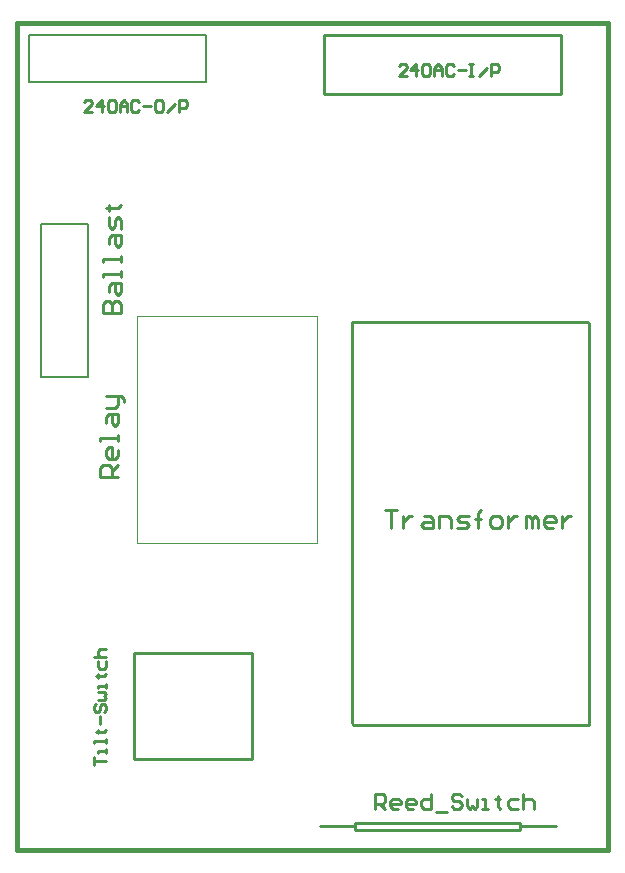
<source format=gto>
G04*
G04 #@! TF.GenerationSoftware,Altium Limited,Altium Designer,20.0.13 (296)*
G04*
G04 Layer_Color=65535*
%FSLAX25Y25*%
%MOIN*%
G70*
G01*
G75*
%ADD10C,0.01575*%
%ADD11C,0.01000*%
%ADD12C,0.00787*%
%ADD13C,0.00394*%
D10*
X-0Y275590D02*
X0Y0D01*
X196850D01*
Y275590D01*
X0D02*
X196850D01*
D11*
X167716Y7874D02*
X179528D01*
X100787D02*
X112598D01*
X167716Y6693D02*
Y9055D01*
X112598Y6693D02*
X167716D01*
X112598D02*
Y9055D01*
X167716D01*
X78347Y30315D02*
Y65748D01*
X38976D02*
X78347D01*
X38976Y30315D02*
Y65748D01*
Y30315D02*
X78347D01*
X111969Y41575D02*
X190709D01*
Y175433D01*
X190157Y175984D02*
X190709Y175433D01*
X111642Y175984D02*
X190157D01*
X111642Y42126D02*
Y175984D01*
X102362Y271654D02*
X106299D01*
X102362Y251969D02*
Y271654D01*
Y251969D02*
X181103D01*
Y271654D01*
X106299D02*
X181103D01*
X119234Y13616D02*
Y18733D01*
X121792D01*
X122645Y17880D01*
Y16174D01*
X121792Y15322D01*
X119234D01*
X120940D02*
X122645Y13616D01*
X126909D02*
X125204D01*
X124351Y14469D01*
Y16174D01*
X125204Y17027D01*
X126909D01*
X127762Y16174D01*
Y15322D01*
X124351D01*
X132025Y13616D02*
X130320D01*
X129467Y14469D01*
Y16174D01*
X130320Y17027D01*
X132025D01*
X132878Y16174D01*
Y15322D01*
X129467D01*
X137995Y18733D02*
Y13616D01*
X135436D01*
X134584Y14469D01*
Y16174D01*
X135436Y17027D01*
X137995D01*
X139700Y12763D02*
X143111D01*
X148228Y17880D02*
X147375Y18733D01*
X145669D01*
X144817Y17880D01*
Y17027D01*
X145669Y16174D01*
X147375D01*
X148228Y15322D01*
Y14469D01*
X147375Y13616D01*
X145669D01*
X144817Y14469D01*
X149933Y17027D02*
Y14469D01*
X150786Y13616D01*
X151638Y14469D01*
X152491Y13616D01*
X153344Y14469D01*
Y17027D01*
X155050Y13616D02*
X156755D01*
X155902D01*
Y17027D01*
X155050D01*
X160166Y17880D02*
Y17027D01*
X159313D01*
X161019D01*
X160166D01*
Y14469D01*
X161019Y13616D01*
X166988Y17027D02*
X164430D01*
X163577Y16174D01*
Y14469D01*
X164430Y13616D01*
X166988D01*
X168693Y18733D02*
Y13616D01*
Y16174D01*
X169546Y17027D01*
X171252D01*
X172104Y16174D01*
Y13616D01*
X25591Y28287D02*
Y30911D01*
Y29599D01*
X29527D01*
Y32223D02*
Y33535D01*
Y32879D01*
X26903D01*
Y32223D01*
X29527Y35503D02*
Y36815D01*
Y36159D01*
X25591D01*
Y35503D01*
X26247Y39438D02*
X26903D01*
Y38782D01*
Y40094D01*
Y39438D01*
X28871D01*
X29527Y40094D01*
X27559Y42062D02*
Y44686D01*
X26247Y48622D02*
X25591Y47966D01*
Y46654D01*
X26247Y45998D01*
X26903D01*
X27559Y46654D01*
Y47966D01*
X28215Y48622D01*
X28871D01*
X29527Y47966D01*
Y46654D01*
X28871Y45998D01*
X26903Y49934D02*
X28871D01*
X29527Y50590D01*
X28871Y51246D01*
X29527Y51902D01*
X28871Y52557D01*
X26903D01*
X29527Y53869D02*
Y55181D01*
Y54525D01*
X26903D01*
Y53869D01*
X26247Y57805D02*
X26903D01*
Y57149D01*
Y58461D01*
Y57805D01*
X28871D01*
X29527Y58461D01*
X26903Y63053D02*
Y61085D01*
X27559Y60429D01*
X28871D01*
X29527Y61085D01*
Y63053D01*
X25591Y64365D02*
X29527D01*
X27559D01*
X26903Y65021D01*
Y66333D01*
X27559Y66989D01*
X29527D01*
X24939Y246064D02*
X22315D01*
X24939Y248687D01*
Y249343D01*
X24283Y249999D01*
X22971D01*
X22315Y249343D01*
X28219Y246064D02*
Y249999D01*
X26251Y248031D01*
X28875D01*
X30187Y249343D02*
X30843Y249999D01*
X32155D01*
X32811Y249343D01*
Y246720D01*
X32155Y246064D01*
X30843D01*
X30187Y246720D01*
Y249343D01*
X34122Y246064D02*
Y248687D01*
X35434Y249999D01*
X36746Y248687D01*
Y246064D01*
Y248031D01*
X34122D01*
X40682Y249343D02*
X40026Y249999D01*
X38714D01*
X38058Y249343D01*
Y246720D01*
X38714Y246064D01*
X40026D01*
X40682Y246720D01*
X41994Y248031D02*
X44618D01*
X47897Y249999D02*
X46586D01*
X45930Y249343D01*
Y246720D01*
X46586Y246064D01*
X47897D01*
X48553Y246720D01*
Y249343D01*
X47897Y249999D01*
X49865Y246064D02*
X52489Y248687D01*
X53801Y246064D02*
Y249999D01*
X55769D01*
X56425Y249343D01*
Y248031D01*
X55769Y247375D01*
X53801D01*
X33495Y124300D02*
X27497D01*
Y127299D01*
X28497Y128298D01*
X30496D01*
X31496Y127299D01*
Y124300D01*
Y126299D02*
X33495Y128298D01*
Y133297D02*
Y131297D01*
X32496Y130298D01*
X30496D01*
X29497Y131297D01*
Y133297D01*
X30496Y134296D01*
X31496D01*
Y130298D01*
X33495Y136296D02*
Y138295D01*
Y137295D01*
X27497D01*
Y136296D01*
X29497Y142294D02*
Y144293D01*
X30496Y145293D01*
X33495D01*
Y142294D01*
X32496Y141294D01*
X31496Y142294D01*
Y145293D01*
X29497Y147292D02*
X32496D01*
X33495Y148292D01*
Y151291D01*
X34495D01*
X35495Y150291D01*
Y149292D01*
X33495Y151291D02*
X29497D01*
X28497Y178856D02*
X34495D01*
Y181855D01*
X33495Y182855D01*
X32496D01*
X31496Y181855D01*
Y178856D01*
Y181855D01*
X30496Y182855D01*
X29497D01*
X28497Y181855D01*
Y178856D01*
X30496Y185854D02*
Y187853D01*
X31496Y188853D01*
X34495D01*
Y185854D01*
X33495Y184854D01*
X32496Y185854D01*
Y188853D01*
X34495Y190852D02*
Y192852D01*
Y191852D01*
X28497D01*
Y190852D01*
X34495Y195851D02*
Y197850D01*
Y196850D01*
X28497D01*
Y195851D01*
X30496Y201849D02*
Y203848D01*
X31496Y204848D01*
X34495D01*
Y201849D01*
X33495Y200849D01*
X32496Y201849D01*
Y204848D01*
X34495Y206847D02*
Y209846D01*
X33495Y210846D01*
X32496Y209846D01*
Y207847D01*
X31496Y206847D01*
X30496Y207847D01*
Y210846D01*
X29497Y213845D02*
X30496D01*
Y212845D01*
Y214844D01*
Y213845D01*
X33495D01*
X34495Y214844D01*
X122553Y113235D02*
X126552D01*
X124553D01*
Y107237D01*
X128551Y111236D02*
Y107237D01*
Y109237D01*
X129551Y110236D01*
X130551Y111236D01*
X131550D01*
X135549D02*
X137548D01*
X138548Y110236D01*
Y107237D01*
X135549D01*
X134549Y108237D01*
X135549Y109237D01*
X138548D01*
X140548Y107237D02*
Y111236D01*
X143547D01*
X144546Y110236D01*
Y107237D01*
X146546D02*
X149545D01*
X150544Y108237D01*
X149545Y109237D01*
X147545D01*
X146546Y110236D01*
X147545Y111236D01*
X150544D01*
X153543Y107237D02*
Y112236D01*
Y110236D01*
X152544D01*
X154543D01*
X153543D01*
Y112236D01*
X154543Y113235D01*
X158542Y107237D02*
X160541D01*
X161541Y108237D01*
Y110236D01*
X160541Y111236D01*
X158542D01*
X157542Y110236D01*
Y108237D01*
X158542Y107237D01*
X163540Y111236D02*
Y107237D01*
Y109237D01*
X164540Y110236D01*
X165539Y111236D01*
X166539D01*
X169538Y107237D02*
Y111236D01*
X170538D01*
X171537Y110236D01*
Y107237D01*
Y110236D01*
X172537Y111236D01*
X173537Y110236D01*
Y107237D01*
X178535D02*
X176536D01*
X175536Y108237D01*
Y110236D01*
X176536Y111236D01*
X178535D01*
X179535Y110236D01*
Y109237D01*
X175536D01*
X181534Y111236D02*
Y107237D01*
Y109237D01*
X182534Y110236D01*
X183534Y111236D01*
X184533D01*
X129755Y257875D02*
X127131D01*
X129755Y260498D01*
Y261154D01*
X129099Y261810D01*
X127787D01*
X127131Y261154D01*
X133035Y257875D02*
Y261810D01*
X131067Y259842D01*
X133691D01*
X135003Y261154D02*
X135659Y261810D01*
X136971D01*
X137627Y261154D01*
Y258531D01*
X136971Y257875D01*
X135659D01*
X135003Y258531D01*
Y261154D01*
X138939Y257875D02*
Y260498D01*
X140251Y261810D01*
X141562Y260498D01*
Y257875D01*
Y259842D01*
X138939D01*
X145498Y261154D02*
X144842Y261810D01*
X143530D01*
X142874Y261154D01*
Y258531D01*
X143530Y257875D01*
X144842D01*
X145498Y258531D01*
X146810Y259842D02*
X149434D01*
X150746Y261810D02*
X152058D01*
X151402D01*
Y257875D01*
X150746D01*
X152058D01*
X154026D02*
X156649Y260498D01*
X157961Y257875D02*
Y261810D01*
X159929D01*
X160585Y261154D01*
Y259842D01*
X159929Y259187D01*
X157961D01*
D12*
X62992Y255906D02*
Y271654D01*
X3937Y255906D02*
X62992D01*
X3937D02*
Y271654D01*
X62992D01*
X7874Y208662D02*
X23622D01*
Y157480D02*
Y208662D01*
X7874Y157480D02*
X23622D01*
X7874D02*
Y208662D01*
D13*
X40067Y102173D02*
Y177803D01*
X99988D01*
X40067Y102173D02*
X99988D01*
Y177803D01*
M02*

</source>
